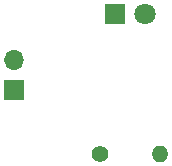
<source format=gbr>
%TF.GenerationSoftware,KiCad,Pcbnew,8.0.5*%
%TF.CreationDate,2025-01-04T02:07:05+01:00*%
%TF.ProjectId,Design_udemy_1,44657369-676e-45f7-9564-656d795f312e,rev?*%
%TF.SameCoordinates,Original*%
%TF.FileFunction,Soldermask,Bot*%
%TF.FilePolarity,Negative*%
%FSLAX46Y46*%
G04 Gerber Fmt 4.6, Leading zero omitted, Abs format (unit mm)*
G04 Created by KiCad (PCBNEW 8.0.5) date 2025-01-04 02:07:05*
%MOMM*%
%LPD*%
G01*
G04 APERTURE LIST*
%ADD10C,1.400000*%
%ADD11O,1.400000X1.400000*%
%ADD12R,1.700000X1.700000*%
%ADD13O,1.700000X1.700000*%
%ADD14R,1.800000X1.800000*%
%ADD15C,1.800000*%
G04 APERTURE END LIST*
D10*
%TO.C,R1*%
X96060000Y-81500000D03*
D11*
X101140000Y-81500000D03*
%TD*%
D12*
%TO.C,J1*%
X88800000Y-76100000D03*
D13*
X88800000Y-73560000D03*
%TD*%
D14*
%TO.C,D1*%
X97360000Y-69700000D03*
D15*
X99900000Y-69700000D03*
%TD*%
M02*

</source>
